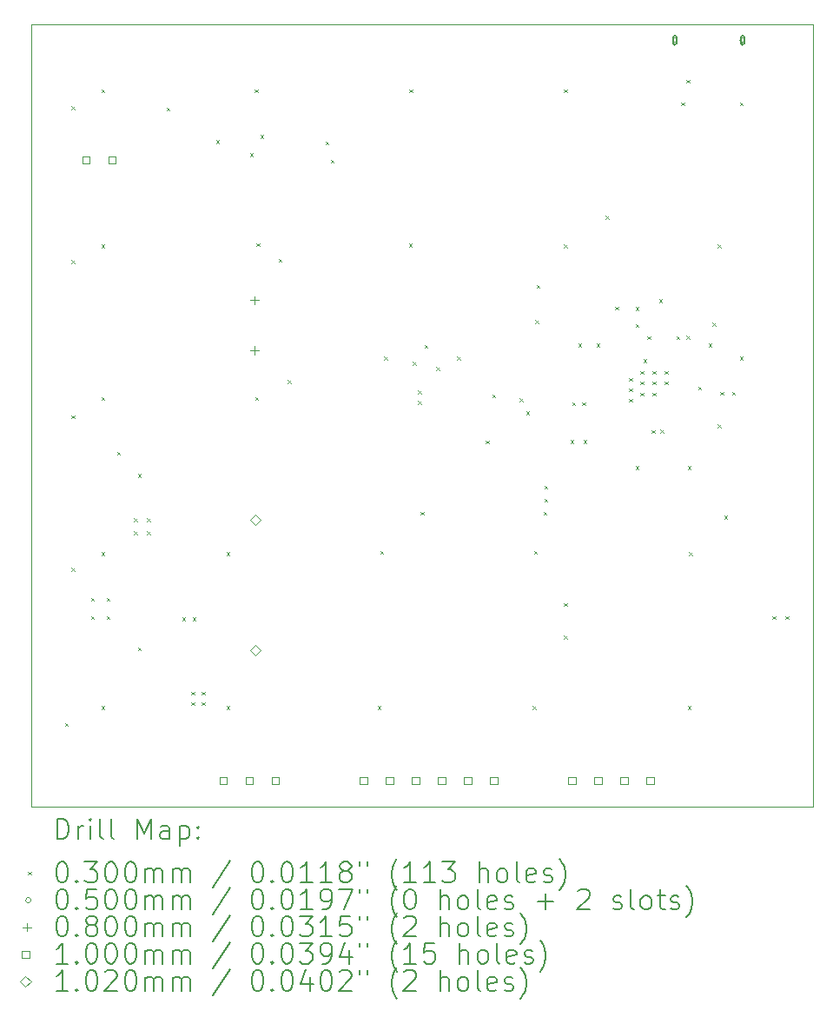
<source format=gbr>
%FSLAX45Y45*%
G04 Gerber Fmt 4.5, Leading zero omitted, Abs format (unit mm)*
G04 Created by KiCad (PCBNEW (6.0.5)) date 2023-03-01 16:27:35*
%MOMM*%
%LPD*%
G01*
G04 APERTURE LIST*
%TA.AperFunction,Profile*%
%ADD10C,0.100000*%
%TD*%
%ADD11C,0.200000*%
%ADD12C,0.030000*%
%ADD13C,0.050000*%
%ADD14C,0.080000*%
%ADD15C,0.100000*%
%ADD16C,0.102000*%
G04 APERTURE END LIST*
D10*
X10160000Y-12700000D02*
X17780000Y-12700000D01*
X17780000Y-12700000D02*
X17780000Y-5080000D01*
X17780000Y-5080000D02*
X10160000Y-5080000D01*
X10160000Y-5080000D02*
X10160000Y-12700000D01*
D11*
D12*
X10487900Y-11884900D02*
X10517900Y-11914900D01*
X10517900Y-11884900D02*
X10487900Y-11914900D01*
X10551400Y-5877800D02*
X10581400Y-5907800D01*
X10581400Y-5877800D02*
X10551400Y-5907800D01*
X10551400Y-7376400D02*
X10581400Y-7406400D01*
X10581400Y-7376400D02*
X10551400Y-7406400D01*
X10551400Y-8887700D02*
X10581400Y-8917700D01*
X10581400Y-8887700D02*
X10551400Y-8917700D01*
X10551400Y-10373600D02*
X10581400Y-10403600D01*
X10581400Y-10373600D02*
X10551400Y-10403600D01*
X10741900Y-10665700D02*
X10771900Y-10695700D01*
X10771900Y-10665700D02*
X10741900Y-10695700D01*
X10741900Y-10843500D02*
X10771900Y-10873500D01*
X10771900Y-10843500D02*
X10741900Y-10873500D01*
X10843500Y-7224000D02*
X10873500Y-7254000D01*
X10873500Y-7224000D02*
X10843500Y-7254000D01*
X10843500Y-8709900D02*
X10873500Y-8739900D01*
X10873500Y-8709900D02*
X10843500Y-8739900D01*
X10843500Y-10221200D02*
X10873500Y-10251200D01*
X10873500Y-10221200D02*
X10843500Y-10251200D01*
X10843500Y-11719800D02*
X10873500Y-11749800D01*
X10873500Y-11719800D02*
X10843500Y-11749800D01*
X10843762Y-5712247D02*
X10873762Y-5742247D01*
X10873762Y-5712247D02*
X10843762Y-5742247D01*
X10894300Y-10665700D02*
X10924300Y-10695700D01*
X10924300Y-10665700D02*
X10894300Y-10695700D01*
X10894300Y-10843500D02*
X10924300Y-10873500D01*
X10924300Y-10843500D02*
X10894300Y-10873500D01*
X10995900Y-9243300D02*
X11025900Y-9273300D01*
X11025900Y-9243300D02*
X10995900Y-9273300D01*
X11161000Y-9891000D02*
X11191000Y-9921000D01*
X11191000Y-9891000D02*
X11161000Y-9921000D01*
X11161000Y-10018000D02*
X11191000Y-10048000D01*
X11191000Y-10018000D02*
X11161000Y-10048000D01*
X11199100Y-9459200D02*
X11229100Y-9489200D01*
X11229100Y-9459200D02*
X11199100Y-9489200D01*
X11199100Y-11148300D02*
X11229100Y-11178300D01*
X11229100Y-11148300D02*
X11199100Y-11178300D01*
X11288000Y-9891000D02*
X11318000Y-9921000D01*
X11318000Y-9891000D02*
X11288000Y-9921000D01*
X11288000Y-10018000D02*
X11318000Y-10048000D01*
X11318000Y-10018000D02*
X11288000Y-10048000D01*
X11478500Y-5890500D02*
X11508500Y-5920500D01*
X11508500Y-5890500D02*
X11478500Y-5920500D01*
X11630900Y-10856200D02*
X11660900Y-10886200D01*
X11660900Y-10856200D02*
X11630900Y-10886200D01*
X11719800Y-11580100D02*
X11749800Y-11610100D01*
X11749800Y-11580100D02*
X11719800Y-11610100D01*
X11719800Y-11681700D02*
X11749800Y-11711700D01*
X11749800Y-11681700D02*
X11719800Y-11711700D01*
X11732500Y-10856200D02*
X11762500Y-10886200D01*
X11762500Y-10856200D02*
X11732500Y-10886200D01*
X11821400Y-11580100D02*
X11851400Y-11610100D01*
X11851400Y-11580100D02*
X11821400Y-11610100D01*
X11821400Y-11681700D02*
X11851400Y-11711700D01*
X11851400Y-11681700D02*
X11821400Y-11711700D01*
X11961100Y-6208000D02*
X11991100Y-6238000D01*
X11991100Y-6208000D02*
X11961100Y-6238000D01*
X12062700Y-10221200D02*
X12092700Y-10251200D01*
X12092700Y-10221200D02*
X12062700Y-10251200D01*
X12062700Y-11719800D02*
X12092700Y-11749800D01*
X12092700Y-11719800D02*
X12062700Y-11749800D01*
X12291300Y-6335000D02*
X12321300Y-6365000D01*
X12321300Y-6335000D02*
X12291300Y-6365000D01*
X12338628Y-5712247D02*
X12368628Y-5742247D01*
X12368628Y-5712247D02*
X12338628Y-5742247D01*
X12342100Y-8709900D02*
X12372100Y-8739900D01*
X12372100Y-8709900D02*
X12342100Y-8739900D01*
X12354800Y-7211300D02*
X12384800Y-7241300D01*
X12384800Y-7211300D02*
X12354800Y-7241300D01*
X12392900Y-6157200D02*
X12422900Y-6187200D01*
X12422900Y-6157200D02*
X12392900Y-6187200D01*
X12570700Y-7363700D02*
X12600700Y-7393700D01*
X12600700Y-7363700D02*
X12570700Y-7393700D01*
X12659600Y-8544800D02*
X12689600Y-8574800D01*
X12689600Y-8544800D02*
X12659600Y-8574800D01*
X13027900Y-6220700D02*
X13057900Y-6250700D01*
X13057900Y-6220700D02*
X13027900Y-6250700D01*
X13078700Y-6398500D02*
X13108700Y-6428500D01*
X13108700Y-6398500D02*
X13078700Y-6428500D01*
X13535900Y-11719800D02*
X13565900Y-11749800D01*
X13565900Y-11719800D02*
X13535900Y-11749800D01*
X13561300Y-10208500D02*
X13591300Y-10238500D01*
X13591300Y-10208500D02*
X13561300Y-10238500D01*
X13599400Y-8316200D02*
X13629400Y-8346200D01*
X13629400Y-8316200D02*
X13599400Y-8346200D01*
X13841444Y-7214439D02*
X13871444Y-7244439D01*
X13871444Y-7214439D02*
X13841444Y-7244439D01*
X13843045Y-5712247D02*
X13873045Y-5742247D01*
X13873045Y-5712247D02*
X13843045Y-5742247D01*
X13878800Y-8367000D02*
X13908800Y-8397000D01*
X13908800Y-8367000D02*
X13878800Y-8397000D01*
X13929600Y-8646400D02*
X13959600Y-8676400D01*
X13959600Y-8646400D02*
X13929600Y-8676400D01*
X13929600Y-8748000D02*
X13959600Y-8778000D01*
X13959600Y-8748000D02*
X13929600Y-8778000D01*
X13955000Y-9827500D02*
X13985000Y-9857500D01*
X13985000Y-9827500D02*
X13955000Y-9857500D01*
X13993100Y-8201900D02*
X14023100Y-8231900D01*
X14023100Y-8201900D02*
X13993100Y-8231900D01*
X14107400Y-8417800D02*
X14137400Y-8447800D01*
X14137400Y-8417800D02*
X14107400Y-8447800D01*
X14310600Y-8316200D02*
X14340600Y-8346200D01*
X14340600Y-8316200D02*
X14310600Y-8346200D01*
X14590000Y-9129950D02*
X14620000Y-9159950D01*
X14620000Y-9129950D02*
X14590000Y-9159950D01*
X14653500Y-8684500D02*
X14683500Y-8714500D01*
X14683500Y-8684500D02*
X14653500Y-8714500D01*
X14920200Y-8722600D02*
X14950200Y-8752600D01*
X14950200Y-8722600D02*
X14920200Y-8752600D01*
X14983700Y-8849600D02*
X15013700Y-8879600D01*
X15013700Y-8849600D02*
X14983700Y-8879600D01*
X15047200Y-11719800D02*
X15077200Y-11749800D01*
X15077200Y-11719800D02*
X15047200Y-11749800D01*
X15059900Y-10208500D02*
X15089900Y-10238500D01*
X15089900Y-10208500D02*
X15059900Y-10238500D01*
X15072600Y-7960600D02*
X15102600Y-7990600D01*
X15102600Y-7960600D02*
X15072600Y-7990600D01*
X15085300Y-7617700D02*
X15115300Y-7647700D01*
X15115300Y-7617700D02*
X15085300Y-7647700D01*
X15153878Y-9827500D02*
X15183878Y-9857500D01*
X15183878Y-9827500D02*
X15153878Y-9857500D01*
X15161500Y-9573500D02*
X15191500Y-9603500D01*
X15191500Y-9573500D02*
X15161500Y-9603500D01*
X15161500Y-9700500D02*
X15191500Y-9730500D01*
X15191500Y-9700500D02*
X15161500Y-9730500D01*
X15352000Y-5712700D02*
X15382000Y-5742700D01*
X15382000Y-5712700D02*
X15352000Y-5742700D01*
X15352000Y-7224000D02*
X15382000Y-7254000D01*
X15382000Y-7224000D02*
X15352000Y-7254000D01*
X15352000Y-10716500D02*
X15382000Y-10746500D01*
X15382000Y-10716500D02*
X15352000Y-10746500D01*
X15352000Y-11034000D02*
X15382000Y-11064000D01*
X15382000Y-11034000D02*
X15352000Y-11064000D01*
X15415500Y-9129000D02*
X15445500Y-9159000D01*
X15445500Y-9129000D02*
X15415500Y-9159000D01*
X15429850Y-8760700D02*
X15459850Y-8790700D01*
X15459850Y-8760700D02*
X15429850Y-8790700D01*
X15491700Y-8189200D02*
X15521700Y-8219200D01*
X15521700Y-8189200D02*
X15491700Y-8219200D01*
X15529800Y-8760700D02*
X15559800Y-8790700D01*
X15559800Y-8760700D02*
X15529800Y-8790700D01*
X15542500Y-9129000D02*
X15572500Y-9159000D01*
X15572500Y-9129000D02*
X15542500Y-9159000D01*
X15669500Y-8189200D02*
X15699500Y-8219200D01*
X15699500Y-8189200D02*
X15669500Y-8219200D01*
X15758400Y-6944600D02*
X15788400Y-6974600D01*
X15788400Y-6944600D02*
X15758400Y-6974600D01*
X15852638Y-7826238D02*
X15882638Y-7856238D01*
X15882638Y-7826238D02*
X15852638Y-7856238D01*
X15987000Y-8522150D02*
X16017000Y-8552150D01*
X16017000Y-8522150D02*
X15987000Y-8552150D01*
X15987000Y-8623750D02*
X16017000Y-8653750D01*
X16017000Y-8623750D02*
X15987000Y-8653750D01*
X15987000Y-8725350D02*
X16017000Y-8755350D01*
X16017000Y-8725350D02*
X15987000Y-8755350D01*
X16050500Y-7833600D02*
X16080500Y-7863600D01*
X16080500Y-7833600D02*
X16050500Y-7863600D01*
X16050500Y-7998700D02*
X16080500Y-8028700D01*
X16080500Y-7998700D02*
X16050500Y-8028700D01*
X16050500Y-9383000D02*
X16080500Y-9413000D01*
X16080500Y-9383000D02*
X16050500Y-9413000D01*
X16095000Y-8455000D02*
X16125000Y-8485000D01*
X16125000Y-8455000D02*
X16095000Y-8485000D01*
X16095000Y-8555000D02*
X16125000Y-8585000D01*
X16125000Y-8555000D02*
X16095000Y-8585000D01*
X16095000Y-8665000D02*
X16125000Y-8695000D01*
X16125000Y-8665000D02*
X16095000Y-8695000D01*
X16127550Y-8338350D02*
X16157550Y-8368350D01*
X16157550Y-8338350D02*
X16127550Y-8368350D01*
X16164800Y-8115750D02*
X16194800Y-8145750D01*
X16194800Y-8115750D02*
X16164800Y-8145750D01*
X16206968Y-9031468D02*
X16236968Y-9061468D01*
X16236968Y-9031468D02*
X16206968Y-9061468D01*
X16215000Y-8455000D02*
X16245000Y-8485000D01*
X16245000Y-8455000D02*
X16215000Y-8485000D01*
X16215000Y-8555000D02*
X16245000Y-8585000D01*
X16245000Y-8555000D02*
X16215000Y-8585000D01*
X16215000Y-8665000D02*
X16245000Y-8695000D01*
X16245000Y-8665000D02*
X16215000Y-8695000D01*
X16279100Y-7757400D02*
X16309100Y-7787400D01*
X16309100Y-7757400D02*
X16279100Y-7787400D01*
X16291800Y-9027400D02*
X16321800Y-9057400D01*
X16321800Y-9027400D02*
X16291800Y-9057400D01*
X16335000Y-8455000D02*
X16365000Y-8485000D01*
X16365000Y-8455000D02*
X16335000Y-8485000D01*
X16335000Y-8555000D02*
X16365000Y-8585000D01*
X16365000Y-8555000D02*
X16335000Y-8585000D01*
X16448050Y-8115750D02*
X16478050Y-8145750D01*
X16478050Y-8115750D02*
X16448050Y-8145750D01*
X16495000Y-5839901D02*
X16525000Y-5869901D01*
X16525000Y-5839901D02*
X16495000Y-5869901D01*
X16545800Y-5620050D02*
X16575800Y-5650050D01*
X16575800Y-5620050D02*
X16545800Y-5650050D01*
X16545800Y-8113000D02*
X16575800Y-8143000D01*
X16575800Y-8113000D02*
X16545800Y-8143000D01*
X16558500Y-9383000D02*
X16588500Y-9413000D01*
X16588500Y-9383000D02*
X16558500Y-9413000D01*
X16558500Y-11719800D02*
X16588500Y-11749800D01*
X16588500Y-11719800D02*
X16558500Y-11749800D01*
X16571200Y-10221200D02*
X16601200Y-10251200D01*
X16601200Y-10221200D02*
X16571200Y-10251200D01*
X16660100Y-8608300D02*
X16690100Y-8638300D01*
X16690100Y-8608300D02*
X16660100Y-8638300D01*
X16761700Y-8189200D02*
X16791700Y-8219200D01*
X16791700Y-8189200D02*
X16761700Y-8219200D01*
X16799800Y-7986000D02*
X16829800Y-8016000D01*
X16829800Y-7986000D02*
X16799800Y-8016000D01*
X16850600Y-7224000D02*
X16880600Y-7254000D01*
X16880600Y-7224000D02*
X16850600Y-7254000D01*
X16850600Y-8976600D02*
X16880600Y-9006600D01*
X16880600Y-8976600D02*
X16850600Y-9006600D01*
X16876000Y-8659100D02*
X16906000Y-8689100D01*
X16906000Y-8659100D02*
X16876000Y-8689100D01*
X16913088Y-9864588D02*
X16943088Y-9894588D01*
X16943088Y-9864588D02*
X16913088Y-9894588D01*
X16990300Y-8659100D02*
X17020300Y-8689100D01*
X17020300Y-8659100D02*
X16990300Y-8689100D01*
X17066500Y-5839901D02*
X17096500Y-5869901D01*
X17096500Y-5839901D02*
X17066500Y-5869901D01*
X17066500Y-8316200D02*
X17096500Y-8346200D01*
X17096500Y-8316200D02*
X17066500Y-8346200D01*
X17384000Y-10843500D02*
X17414000Y-10873500D01*
X17414000Y-10843500D02*
X17384000Y-10873500D01*
X17511000Y-10843500D02*
X17541000Y-10873500D01*
X17541000Y-10843500D02*
X17511000Y-10873500D01*
D13*
X16456825Y-5232400D02*
G75*
G03*
X16456825Y-5232400I-25000J0D01*
G01*
D11*
X16446825Y-5267400D02*
X16446825Y-5197400D01*
X16416825Y-5267400D02*
X16416825Y-5197400D01*
X16446825Y-5197400D02*
G75*
G03*
X16416825Y-5197400I-15000J0D01*
G01*
X16416825Y-5267400D02*
G75*
G03*
X16446825Y-5267400I15000J0D01*
G01*
D13*
X17116825Y-5232400D02*
G75*
G03*
X17116825Y-5232400I-25000J0D01*
G01*
D11*
X17106825Y-5267400D02*
X17106825Y-5197400D01*
X17076825Y-5267400D02*
X17076825Y-5197400D01*
X17106825Y-5197400D02*
G75*
G03*
X17076825Y-5197400I-15000J0D01*
G01*
X17076825Y-5267400D02*
G75*
G03*
X17106825Y-5267400I15000J0D01*
G01*
D14*
X12334700Y-7725000D02*
X12334700Y-7805000D01*
X12294700Y-7765000D02*
X12374700Y-7765000D01*
X12334700Y-8215000D02*
X12334700Y-8295000D01*
X12294700Y-8255000D02*
X12374700Y-8255000D01*
D15*
X10729256Y-6436156D02*
X10729256Y-6365444D01*
X10658544Y-6365444D01*
X10658544Y-6436156D01*
X10729256Y-6436156D01*
X10983256Y-6436156D02*
X10983256Y-6365444D01*
X10912544Y-6365444D01*
X10912544Y-6436156D01*
X10983256Y-6436156D01*
X12063856Y-12481356D02*
X12063856Y-12410644D01*
X11993144Y-12410644D01*
X11993144Y-12481356D01*
X12063856Y-12481356D01*
X12317856Y-12481356D02*
X12317856Y-12410644D01*
X12247144Y-12410644D01*
X12247144Y-12481356D01*
X12317856Y-12481356D01*
X12571856Y-12481356D02*
X12571856Y-12410644D01*
X12501144Y-12410644D01*
X12501144Y-12481356D01*
X12571856Y-12481356D01*
X13433856Y-12481356D02*
X13433856Y-12410644D01*
X13363144Y-12410644D01*
X13363144Y-12481356D01*
X13433856Y-12481356D01*
X13687856Y-12481356D02*
X13687856Y-12410644D01*
X13617144Y-12410644D01*
X13617144Y-12481356D01*
X13687856Y-12481356D01*
X13941856Y-12481356D02*
X13941856Y-12410644D01*
X13871144Y-12410644D01*
X13871144Y-12481356D01*
X13941856Y-12481356D01*
X14195856Y-12481356D02*
X14195856Y-12410644D01*
X14125144Y-12410644D01*
X14125144Y-12481356D01*
X14195856Y-12481356D01*
X14449856Y-12481356D02*
X14449856Y-12410644D01*
X14379144Y-12410644D01*
X14379144Y-12481356D01*
X14449856Y-12481356D01*
X14703856Y-12481356D02*
X14703856Y-12410644D01*
X14633144Y-12410644D01*
X14633144Y-12481356D01*
X14703856Y-12481356D01*
X15465856Y-12481356D02*
X15465856Y-12410644D01*
X15395144Y-12410644D01*
X15395144Y-12481356D01*
X15465856Y-12481356D01*
X15719856Y-12481356D02*
X15719856Y-12410644D01*
X15649144Y-12410644D01*
X15649144Y-12481356D01*
X15719856Y-12481356D01*
X15973856Y-12481356D02*
X15973856Y-12410644D01*
X15903144Y-12410644D01*
X15903144Y-12481356D01*
X15973856Y-12481356D01*
X16227856Y-12481356D02*
X16227856Y-12410644D01*
X16157144Y-12410644D01*
X16157144Y-12481356D01*
X16227856Y-12481356D01*
D16*
X12342000Y-9957000D02*
X12393000Y-9906000D01*
X12342000Y-9855000D01*
X12291000Y-9906000D01*
X12342000Y-9957000D01*
X12342000Y-11227000D02*
X12393000Y-11176000D01*
X12342000Y-11125000D01*
X12291000Y-11176000D01*
X12342000Y-11227000D01*
D11*
X10412619Y-13015476D02*
X10412619Y-12815476D01*
X10460238Y-12815476D01*
X10488810Y-12825000D01*
X10507857Y-12844048D01*
X10517381Y-12863095D01*
X10526905Y-12901190D01*
X10526905Y-12929762D01*
X10517381Y-12967857D01*
X10507857Y-12986905D01*
X10488810Y-13005952D01*
X10460238Y-13015476D01*
X10412619Y-13015476D01*
X10612619Y-13015476D02*
X10612619Y-12882143D01*
X10612619Y-12920238D02*
X10622143Y-12901190D01*
X10631667Y-12891667D01*
X10650714Y-12882143D01*
X10669762Y-12882143D01*
X10736429Y-13015476D02*
X10736429Y-12882143D01*
X10736429Y-12815476D02*
X10726905Y-12825000D01*
X10736429Y-12834524D01*
X10745952Y-12825000D01*
X10736429Y-12815476D01*
X10736429Y-12834524D01*
X10860238Y-13015476D02*
X10841190Y-13005952D01*
X10831667Y-12986905D01*
X10831667Y-12815476D01*
X10965000Y-13015476D02*
X10945952Y-13005952D01*
X10936429Y-12986905D01*
X10936429Y-12815476D01*
X11193571Y-13015476D02*
X11193571Y-12815476D01*
X11260238Y-12958333D01*
X11326905Y-12815476D01*
X11326905Y-13015476D01*
X11507857Y-13015476D02*
X11507857Y-12910714D01*
X11498333Y-12891667D01*
X11479286Y-12882143D01*
X11441190Y-12882143D01*
X11422143Y-12891667D01*
X11507857Y-13005952D02*
X11488809Y-13015476D01*
X11441190Y-13015476D01*
X11422143Y-13005952D01*
X11412619Y-12986905D01*
X11412619Y-12967857D01*
X11422143Y-12948809D01*
X11441190Y-12939286D01*
X11488809Y-12939286D01*
X11507857Y-12929762D01*
X11603095Y-12882143D02*
X11603095Y-13082143D01*
X11603095Y-12891667D02*
X11622143Y-12882143D01*
X11660238Y-12882143D01*
X11679286Y-12891667D01*
X11688809Y-12901190D01*
X11698333Y-12920238D01*
X11698333Y-12977381D01*
X11688809Y-12996428D01*
X11679286Y-13005952D01*
X11660238Y-13015476D01*
X11622143Y-13015476D01*
X11603095Y-13005952D01*
X11784048Y-12996428D02*
X11793571Y-13005952D01*
X11784048Y-13015476D01*
X11774524Y-13005952D01*
X11784048Y-12996428D01*
X11784048Y-13015476D01*
X11784048Y-12891667D02*
X11793571Y-12901190D01*
X11784048Y-12910714D01*
X11774524Y-12901190D01*
X11784048Y-12891667D01*
X11784048Y-12910714D01*
D12*
X10125000Y-13330000D02*
X10155000Y-13360000D01*
X10155000Y-13330000D02*
X10125000Y-13360000D01*
D11*
X10450714Y-13235476D02*
X10469762Y-13235476D01*
X10488810Y-13245000D01*
X10498333Y-13254524D01*
X10507857Y-13273571D01*
X10517381Y-13311667D01*
X10517381Y-13359286D01*
X10507857Y-13397381D01*
X10498333Y-13416428D01*
X10488810Y-13425952D01*
X10469762Y-13435476D01*
X10450714Y-13435476D01*
X10431667Y-13425952D01*
X10422143Y-13416428D01*
X10412619Y-13397381D01*
X10403095Y-13359286D01*
X10403095Y-13311667D01*
X10412619Y-13273571D01*
X10422143Y-13254524D01*
X10431667Y-13245000D01*
X10450714Y-13235476D01*
X10603095Y-13416428D02*
X10612619Y-13425952D01*
X10603095Y-13435476D01*
X10593571Y-13425952D01*
X10603095Y-13416428D01*
X10603095Y-13435476D01*
X10679286Y-13235476D02*
X10803095Y-13235476D01*
X10736429Y-13311667D01*
X10765000Y-13311667D01*
X10784048Y-13321190D01*
X10793571Y-13330714D01*
X10803095Y-13349762D01*
X10803095Y-13397381D01*
X10793571Y-13416428D01*
X10784048Y-13425952D01*
X10765000Y-13435476D01*
X10707857Y-13435476D01*
X10688810Y-13425952D01*
X10679286Y-13416428D01*
X10926905Y-13235476D02*
X10945952Y-13235476D01*
X10965000Y-13245000D01*
X10974524Y-13254524D01*
X10984048Y-13273571D01*
X10993571Y-13311667D01*
X10993571Y-13359286D01*
X10984048Y-13397381D01*
X10974524Y-13416428D01*
X10965000Y-13425952D01*
X10945952Y-13435476D01*
X10926905Y-13435476D01*
X10907857Y-13425952D01*
X10898333Y-13416428D01*
X10888810Y-13397381D01*
X10879286Y-13359286D01*
X10879286Y-13311667D01*
X10888810Y-13273571D01*
X10898333Y-13254524D01*
X10907857Y-13245000D01*
X10926905Y-13235476D01*
X11117381Y-13235476D02*
X11136429Y-13235476D01*
X11155476Y-13245000D01*
X11165000Y-13254524D01*
X11174524Y-13273571D01*
X11184048Y-13311667D01*
X11184048Y-13359286D01*
X11174524Y-13397381D01*
X11165000Y-13416428D01*
X11155476Y-13425952D01*
X11136429Y-13435476D01*
X11117381Y-13435476D01*
X11098333Y-13425952D01*
X11088810Y-13416428D01*
X11079286Y-13397381D01*
X11069762Y-13359286D01*
X11069762Y-13311667D01*
X11079286Y-13273571D01*
X11088810Y-13254524D01*
X11098333Y-13245000D01*
X11117381Y-13235476D01*
X11269762Y-13435476D02*
X11269762Y-13302143D01*
X11269762Y-13321190D02*
X11279286Y-13311667D01*
X11298333Y-13302143D01*
X11326905Y-13302143D01*
X11345952Y-13311667D01*
X11355476Y-13330714D01*
X11355476Y-13435476D01*
X11355476Y-13330714D02*
X11365000Y-13311667D01*
X11384048Y-13302143D01*
X11412619Y-13302143D01*
X11431667Y-13311667D01*
X11441190Y-13330714D01*
X11441190Y-13435476D01*
X11536428Y-13435476D02*
X11536428Y-13302143D01*
X11536428Y-13321190D02*
X11545952Y-13311667D01*
X11565000Y-13302143D01*
X11593571Y-13302143D01*
X11612619Y-13311667D01*
X11622143Y-13330714D01*
X11622143Y-13435476D01*
X11622143Y-13330714D02*
X11631667Y-13311667D01*
X11650714Y-13302143D01*
X11679286Y-13302143D01*
X11698333Y-13311667D01*
X11707857Y-13330714D01*
X11707857Y-13435476D01*
X12098333Y-13225952D02*
X11926905Y-13483095D01*
X12355476Y-13235476D02*
X12374524Y-13235476D01*
X12393571Y-13245000D01*
X12403095Y-13254524D01*
X12412619Y-13273571D01*
X12422143Y-13311667D01*
X12422143Y-13359286D01*
X12412619Y-13397381D01*
X12403095Y-13416428D01*
X12393571Y-13425952D01*
X12374524Y-13435476D01*
X12355476Y-13435476D01*
X12336428Y-13425952D01*
X12326905Y-13416428D01*
X12317381Y-13397381D01*
X12307857Y-13359286D01*
X12307857Y-13311667D01*
X12317381Y-13273571D01*
X12326905Y-13254524D01*
X12336428Y-13245000D01*
X12355476Y-13235476D01*
X12507857Y-13416428D02*
X12517381Y-13425952D01*
X12507857Y-13435476D01*
X12498333Y-13425952D01*
X12507857Y-13416428D01*
X12507857Y-13435476D01*
X12641190Y-13235476D02*
X12660238Y-13235476D01*
X12679286Y-13245000D01*
X12688809Y-13254524D01*
X12698333Y-13273571D01*
X12707857Y-13311667D01*
X12707857Y-13359286D01*
X12698333Y-13397381D01*
X12688809Y-13416428D01*
X12679286Y-13425952D01*
X12660238Y-13435476D01*
X12641190Y-13435476D01*
X12622143Y-13425952D01*
X12612619Y-13416428D01*
X12603095Y-13397381D01*
X12593571Y-13359286D01*
X12593571Y-13311667D01*
X12603095Y-13273571D01*
X12612619Y-13254524D01*
X12622143Y-13245000D01*
X12641190Y-13235476D01*
X12898333Y-13435476D02*
X12784048Y-13435476D01*
X12841190Y-13435476D02*
X12841190Y-13235476D01*
X12822143Y-13264048D01*
X12803095Y-13283095D01*
X12784048Y-13292619D01*
X13088809Y-13435476D02*
X12974524Y-13435476D01*
X13031667Y-13435476D02*
X13031667Y-13235476D01*
X13012619Y-13264048D01*
X12993571Y-13283095D01*
X12974524Y-13292619D01*
X13203095Y-13321190D02*
X13184048Y-13311667D01*
X13174524Y-13302143D01*
X13165000Y-13283095D01*
X13165000Y-13273571D01*
X13174524Y-13254524D01*
X13184048Y-13245000D01*
X13203095Y-13235476D01*
X13241190Y-13235476D01*
X13260238Y-13245000D01*
X13269762Y-13254524D01*
X13279286Y-13273571D01*
X13279286Y-13283095D01*
X13269762Y-13302143D01*
X13260238Y-13311667D01*
X13241190Y-13321190D01*
X13203095Y-13321190D01*
X13184048Y-13330714D01*
X13174524Y-13340238D01*
X13165000Y-13359286D01*
X13165000Y-13397381D01*
X13174524Y-13416428D01*
X13184048Y-13425952D01*
X13203095Y-13435476D01*
X13241190Y-13435476D01*
X13260238Y-13425952D01*
X13269762Y-13416428D01*
X13279286Y-13397381D01*
X13279286Y-13359286D01*
X13269762Y-13340238D01*
X13260238Y-13330714D01*
X13241190Y-13321190D01*
X13355476Y-13235476D02*
X13355476Y-13273571D01*
X13431667Y-13235476D02*
X13431667Y-13273571D01*
X13726905Y-13511667D02*
X13717381Y-13502143D01*
X13698333Y-13473571D01*
X13688809Y-13454524D01*
X13679286Y-13425952D01*
X13669762Y-13378333D01*
X13669762Y-13340238D01*
X13679286Y-13292619D01*
X13688809Y-13264048D01*
X13698333Y-13245000D01*
X13717381Y-13216428D01*
X13726905Y-13206905D01*
X13907857Y-13435476D02*
X13793571Y-13435476D01*
X13850714Y-13435476D02*
X13850714Y-13235476D01*
X13831667Y-13264048D01*
X13812619Y-13283095D01*
X13793571Y-13292619D01*
X14098333Y-13435476D02*
X13984048Y-13435476D01*
X14041190Y-13435476D02*
X14041190Y-13235476D01*
X14022143Y-13264048D01*
X14003095Y-13283095D01*
X13984048Y-13292619D01*
X14165000Y-13235476D02*
X14288809Y-13235476D01*
X14222143Y-13311667D01*
X14250714Y-13311667D01*
X14269762Y-13321190D01*
X14279286Y-13330714D01*
X14288809Y-13349762D01*
X14288809Y-13397381D01*
X14279286Y-13416428D01*
X14269762Y-13425952D01*
X14250714Y-13435476D01*
X14193571Y-13435476D01*
X14174524Y-13425952D01*
X14165000Y-13416428D01*
X14526905Y-13435476D02*
X14526905Y-13235476D01*
X14612619Y-13435476D02*
X14612619Y-13330714D01*
X14603095Y-13311667D01*
X14584048Y-13302143D01*
X14555476Y-13302143D01*
X14536428Y-13311667D01*
X14526905Y-13321190D01*
X14736428Y-13435476D02*
X14717381Y-13425952D01*
X14707857Y-13416428D01*
X14698333Y-13397381D01*
X14698333Y-13340238D01*
X14707857Y-13321190D01*
X14717381Y-13311667D01*
X14736428Y-13302143D01*
X14765000Y-13302143D01*
X14784048Y-13311667D01*
X14793571Y-13321190D01*
X14803095Y-13340238D01*
X14803095Y-13397381D01*
X14793571Y-13416428D01*
X14784048Y-13425952D01*
X14765000Y-13435476D01*
X14736428Y-13435476D01*
X14917381Y-13435476D02*
X14898333Y-13425952D01*
X14888809Y-13406905D01*
X14888809Y-13235476D01*
X15069762Y-13425952D02*
X15050714Y-13435476D01*
X15012619Y-13435476D01*
X14993571Y-13425952D01*
X14984048Y-13406905D01*
X14984048Y-13330714D01*
X14993571Y-13311667D01*
X15012619Y-13302143D01*
X15050714Y-13302143D01*
X15069762Y-13311667D01*
X15079286Y-13330714D01*
X15079286Y-13349762D01*
X14984048Y-13368809D01*
X15155476Y-13425952D02*
X15174524Y-13435476D01*
X15212619Y-13435476D01*
X15231667Y-13425952D01*
X15241190Y-13406905D01*
X15241190Y-13397381D01*
X15231667Y-13378333D01*
X15212619Y-13368809D01*
X15184048Y-13368809D01*
X15165000Y-13359286D01*
X15155476Y-13340238D01*
X15155476Y-13330714D01*
X15165000Y-13311667D01*
X15184048Y-13302143D01*
X15212619Y-13302143D01*
X15231667Y-13311667D01*
X15307857Y-13511667D02*
X15317381Y-13502143D01*
X15336428Y-13473571D01*
X15345952Y-13454524D01*
X15355476Y-13425952D01*
X15365000Y-13378333D01*
X15365000Y-13340238D01*
X15355476Y-13292619D01*
X15345952Y-13264048D01*
X15336428Y-13245000D01*
X15317381Y-13216428D01*
X15307857Y-13206905D01*
D13*
X10155000Y-13609000D02*
G75*
G03*
X10155000Y-13609000I-25000J0D01*
G01*
D11*
X10450714Y-13499476D02*
X10469762Y-13499476D01*
X10488810Y-13509000D01*
X10498333Y-13518524D01*
X10507857Y-13537571D01*
X10517381Y-13575667D01*
X10517381Y-13623286D01*
X10507857Y-13661381D01*
X10498333Y-13680428D01*
X10488810Y-13689952D01*
X10469762Y-13699476D01*
X10450714Y-13699476D01*
X10431667Y-13689952D01*
X10422143Y-13680428D01*
X10412619Y-13661381D01*
X10403095Y-13623286D01*
X10403095Y-13575667D01*
X10412619Y-13537571D01*
X10422143Y-13518524D01*
X10431667Y-13509000D01*
X10450714Y-13499476D01*
X10603095Y-13680428D02*
X10612619Y-13689952D01*
X10603095Y-13699476D01*
X10593571Y-13689952D01*
X10603095Y-13680428D01*
X10603095Y-13699476D01*
X10793571Y-13499476D02*
X10698333Y-13499476D01*
X10688810Y-13594714D01*
X10698333Y-13585190D01*
X10717381Y-13575667D01*
X10765000Y-13575667D01*
X10784048Y-13585190D01*
X10793571Y-13594714D01*
X10803095Y-13613762D01*
X10803095Y-13661381D01*
X10793571Y-13680428D01*
X10784048Y-13689952D01*
X10765000Y-13699476D01*
X10717381Y-13699476D01*
X10698333Y-13689952D01*
X10688810Y-13680428D01*
X10926905Y-13499476D02*
X10945952Y-13499476D01*
X10965000Y-13509000D01*
X10974524Y-13518524D01*
X10984048Y-13537571D01*
X10993571Y-13575667D01*
X10993571Y-13623286D01*
X10984048Y-13661381D01*
X10974524Y-13680428D01*
X10965000Y-13689952D01*
X10945952Y-13699476D01*
X10926905Y-13699476D01*
X10907857Y-13689952D01*
X10898333Y-13680428D01*
X10888810Y-13661381D01*
X10879286Y-13623286D01*
X10879286Y-13575667D01*
X10888810Y-13537571D01*
X10898333Y-13518524D01*
X10907857Y-13509000D01*
X10926905Y-13499476D01*
X11117381Y-13499476D02*
X11136429Y-13499476D01*
X11155476Y-13509000D01*
X11165000Y-13518524D01*
X11174524Y-13537571D01*
X11184048Y-13575667D01*
X11184048Y-13623286D01*
X11174524Y-13661381D01*
X11165000Y-13680428D01*
X11155476Y-13689952D01*
X11136429Y-13699476D01*
X11117381Y-13699476D01*
X11098333Y-13689952D01*
X11088810Y-13680428D01*
X11079286Y-13661381D01*
X11069762Y-13623286D01*
X11069762Y-13575667D01*
X11079286Y-13537571D01*
X11088810Y-13518524D01*
X11098333Y-13509000D01*
X11117381Y-13499476D01*
X11269762Y-13699476D02*
X11269762Y-13566143D01*
X11269762Y-13585190D02*
X11279286Y-13575667D01*
X11298333Y-13566143D01*
X11326905Y-13566143D01*
X11345952Y-13575667D01*
X11355476Y-13594714D01*
X11355476Y-13699476D01*
X11355476Y-13594714D02*
X11365000Y-13575667D01*
X11384048Y-13566143D01*
X11412619Y-13566143D01*
X11431667Y-13575667D01*
X11441190Y-13594714D01*
X11441190Y-13699476D01*
X11536428Y-13699476D02*
X11536428Y-13566143D01*
X11536428Y-13585190D02*
X11545952Y-13575667D01*
X11565000Y-13566143D01*
X11593571Y-13566143D01*
X11612619Y-13575667D01*
X11622143Y-13594714D01*
X11622143Y-13699476D01*
X11622143Y-13594714D02*
X11631667Y-13575667D01*
X11650714Y-13566143D01*
X11679286Y-13566143D01*
X11698333Y-13575667D01*
X11707857Y-13594714D01*
X11707857Y-13699476D01*
X12098333Y-13489952D02*
X11926905Y-13747095D01*
X12355476Y-13499476D02*
X12374524Y-13499476D01*
X12393571Y-13509000D01*
X12403095Y-13518524D01*
X12412619Y-13537571D01*
X12422143Y-13575667D01*
X12422143Y-13623286D01*
X12412619Y-13661381D01*
X12403095Y-13680428D01*
X12393571Y-13689952D01*
X12374524Y-13699476D01*
X12355476Y-13699476D01*
X12336428Y-13689952D01*
X12326905Y-13680428D01*
X12317381Y-13661381D01*
X12307857Y-13623286D01*
X12307857Y-13575667D01*
X12317381Y-13537571D01*
X12326905Y-13518524D01*
X12336428Y-13509000D01*
X12355476Y-13499476D01*
X12507857Y-13680428D02*
X12517381Y-13689952D01*
X12507857Y-13699476D01*
X12498333Y-13689952D01*
X12507857Y-13680428D01*
X12507857Y-13699476D01*
X12641190Y-13499476D02*
X12660238Y-13499476D01*
X12679286Y-13509000D01*
X12688809Y-13518524D01*
X12698333Y-13537571D01*
X12707857Y-13575667D01*
X12707857Y-13623286D01*
X12698333Y-13661381D01*
X12688809Y-13680428D01*
X12679286Y-13689952D01*
X12660238Y-13699476D01*
X12641190Y-13699476D01*
X12622143Y-13689952D01*
X12612619Y-13680428D01*
X12603095Y-13661381D01*
X12593571Y-13623286D01*
X12593571Y-13575667D01*
X12603095Y-13537571D01*
X12612619Y-13518524D01*
X12622143Y-13509000D01*
X12641190Y-13499476D01*
X12898333Y-13699476D02*
X12784048Y-13699476D01*
X12841190Y-13699476D02*
X12841190Y-13499476D01*
X12822143Y-13528048D01*
X12803095Y-13547095D01*
X12784048Y-13556619D01*
X12993571Y-13699476D02*
X13031667Y-13699476D01*
X13050714Y-13689952D01*
X13060238Y-13680428D01*
X13079286Y-13651857D01*
X13088809Y-13613762D01*
X13088809Y-13537571D01*
X13079286Y-13518524D01*
X13069762Y-13509000D01*
X13050714Y-13499476D01*
X13012619Y-13499476D01*
X12993571Y-13509000D01*
X12984048Y-13518524D01*
X12974524Y-13537571D01*
X12974524Y-13585190D01*
X12984048Y-13604238D01*
X12993571Y-13613762D01*
X13012619Y-13623286D01*
X13050714Y-13623286D01*
X13069762Y-13613762D01*
X13079286Y-13604238D01*
X13088809Y-13585190D01*
X13155476Y-13499476D02*
X13288809Y-13499476D01*
X13203095Y-13699476D01*
X13355476Y-13499476D02*
X13355476Y-13537571D01*
X13431667Y-13499476D02*
X13431667Y-13537571D01*
X13726905Y-13775667D02*
X13717381Y-13766143D01*
X13698333Y-13737571D01*
X13688809Y-13718524D01*
X13679286Y-13689952D01*
X13669762Y-13642333D01*
X13669762Y-13604238D01*
X13679286Y-13556619D01*
X13688809Y-13528048D01*
X13698333Y-13509000D01*
X13717381Y-13480428D01*
X13726905Y-13470905D01*
X13841190Y-13499476D02*
X13860238Y-13499476D01*
X13879286Y-13509000D01*
X13888809Y-13518524D01*
X13898333Y-13537571D01*
X13907857Y-13575667D01*
X13907857Y-13623286D01*
X13898333Y-13661381D01*
X13888809Y-13680428D01*
X13879286Y-13689952D01*
X13860238Y-13699476D01*
X13841190Y-13699476D01*
X13822143Y-13689952D01*
X13812619Y-13680428D01*
X13803095Y-13661381D01*
X13793571Y-13623286D01*
X13793571Y-13575667D01*
X13803095Y-13537571D01*
X13812619Y-13518524D01*
X13822143Y-13509000D01*
X13841190Y-13499476D01*
X14145952Y-13699476D02*
X14145952Y-13499476D01*
X14231667Y-13699476D02*
X14231667Y-13594714D01*
X14222143Y-13575667D01*
X14203095Y-13566143D01*
X14174524Y-13566143D01*
X14155476Y-13575667D01*
X14145952Y-13585190D01*
X14355476Y-13699476D02*
X14336428Y-13689952D01*
X14326905Y-13680428D01*
X14317381Y-13661381D01*
X14317381Y-13604238D01*
X14326905Y-13585190D01*
X14336428Y-13575667D01*
X14355476Y-13566143D01*
X14384048Y-13566143D01*
X14403095Y-13575667D01*
X14412619Y-13585190D01*
X14422143Y-13604238D01*
X14422143Y-13661381D01*
X14412619Y-13680428D01*
X14403095Y-13689952D01*
X14384048Y-13699476D01*
X14355476Y-13699476D01*
X14536428Y-13699476D02*
X14517381Y-13689952D01*
X14507857Y-13670905D01*
X14507857Y-13499476D01*
X14688809Y-13689952D02*
X14669762Y-13699476D01*
X14631667Y-13699476D01*
X14612619Y-13689952D01*
X14603095Y-13670905D01*
X14603095Y-13594714D01*
X14612619Y-13575667D01*
X14631667Y-13566143D01*
X14669762Y-13566143D01*
X14688809Y-13575667D01*
X14698333Y-13594714D01*
X14698333Y-13613762D01*
X14603095Y-13632809D01*
X14774524Y-13689952D02*
X14793571Y-13699476D01*
X14831667Y-13699476D01*
X14850714Y-13689952D01*
X14860238Y-13670905D01*
X14860238Y-13661381D01*
X14850714Y-13642333D01*
X14831667Y-13632809D01*
X14803095Y-13632809D01*
X14784048Y-13623286D01*
X14774524Y-13604238D01*
X14774524Y-13594714D01*
X14784048Y-13575667D01*
X14803095Y-13566143D01*
X14831667Y-13566143D01*
X14850714Y-13575667D01*
X15098333Y-13623286D02*
X15250714Y-13623286D01*
X15174524Y-13699476D02*
X15174524Y-13547095D01*
X15488809Y-13518524D02*
X15498333Y-13509000D01*
X15517381Y-13499476D01*
X15565000Y-13499476D01*
X15584048Y-13509000D01*
X15593571Y-13518524D01*
X15603095Y-13537571D01*
X15603095Y-13556619D01*
X15593571Y-13585190D01*
X15479286Y-13699476D01*
X15603095Y-13699476D01*
X15831667Y-13689952D02*
X15850714Y-13699476D01*
X15888809Y-13699476D01*
X15907857Y-13689952D01*
X15917381Y-13670905D01*
X15917381Y-13661381D01*
X15907857Y-13642333D01*
X15888809Y-13632809D01*
X15860238Y-13632809D01*
X15841190Y-13623286D01*
X15831667Y-13604238D01*
X15831667Y-13594714D01*
X15841190Y-13575667D01*
X15860238Y-13566143D01*
X15888809Y-13566143D01*
X15907857Y-13575667D01*
X16031667Y-13699476D02*
X16012619Y-13689952D01*
X16003095Y-13670905D01*
X16003095Y-13499476D01*
X16136428Y-13699476D02*
X16117381Y-13689952D01*
X16107857Y-13680428D01*
X16098333Y-13661381D01*
X16098333Y-13604238D01*
X16107857Y-13585190D01*
X16117381Y-13575667D01*
X16136428Y-13566143D01*
X16165000Y-13566143D01*
X16184048Y-13575667D01*
X16193571Y-13585190D01*
X16203095Y-13604238D01*
X16203095Y-13661381D01*
X16193571Y-13680428D01*
X16184048Y-13689952D01*
X16165000Y-13699476D01*
X16136428Y-13699476D01*
X16260238Y-13566143D02*
X16336428Y-13566143D01*
X16288809Y-13499476D02*
X16288809Y-13670905D01*
X16298333Y-13689952D01*
X16317381Y-13699476D01*
X16336428Y-13699476D01*
X16393571Y-13689952D02*
X16412619Y-13699476D01*
X16450714Y-13699476D01*
X16469762Y-13689952D01*
X16479286Y-13670905D01*
X16479286Y-13661381D01*
X16469762Y-13642333D01*
X16450714Y-13632809D01*
X16422143Y-13632809D01*
X16403095Y-13623286D01*
X16393571Y-13604238D01*
X16393571Y-13594714D01*
X16403095Y-13575667D01*
X16422143Y-13566143D01*
X16450714Y-13566143D01*
X16469762Y-13575667D01*
X16545952Y-13775667D02*
X16555476Y-13766143D01*
X16574524Y-13737571D01*
X16584048Y-13718524D01*
X16593571Y-13689952D01*
X16603095Y-13642333D01*
X16603095Y-13604238D01*
X16593571Y-13556619D01*
X16584048Y-13528048D01*
X16574524Y-13509000D01*
X16555476Y-13480428D01*
X16545952Y-13470905D01*
D14*
X10115000Y-13833000D02*
X10115000Y-13913000D01*
X10075000Y-13873000D02*
X10155000Y-13873000D01*
D11*
X10450714Y-13763476D02*
X10469762Y-13763476D01*
X10488810Y-13773000D01*
X10498333Y-13782524D01*
X10507857Y-13801571D01*
X10517381Y-13839667D01*
X10517381Y-13887286D01*
X10507857Y-13925381D01*
X10498333Y-13944428D01*
X10488810Y-13953952D01*
X10469762Y-13963476D01*
X10450714Y-13963476D01*
X10431667Y-13953952D01*
X10422143Y-13944428D01*
X10412619Y-13925381D01*
X10403095Y-13887286D01*
X10403095Y-13839667D01*
X10412619Y-13801571D01*
X10422143Y-13782524D01*
X10431667Y-13773000D01*
X10450714Y-13763476D01*
X10603095Y-13944428D02*
X10612619Y-13953952D01*
X10603095Y-13963476D01*
X10593571Y-13953952D01*
X10603095Y-13944428D01*
X10603095Y-13963476D01*
X10726905Y-13849190D02*
X10707857Y-13839667D01*
X10698333Y-13830143D01*
X10688810Y-13811095D01*
X10688810Y-13801571D01*
X10698333Y-13782524D01*
X10707857Y-13773000D01*
X10726905Y-13763476D01*
X10765000Y-13763476D01*
X10784048Y-13773000D01*
X10793571Y-13782524D01*
X10803095Y-13801571D01*
X10803095Y-13811095D01*
X10793571Y-13830143D01*
X10784048Y-13839667D01*
X10765000Y-13849190D01*
X10726905Y-13849190D01*
X10707857Y-13858714D01*
X10698333Y-13868238D01*
X10688810Y-13887286D01*
X10688810Y-13925381D01*
X10698333Y-13944428D01*
X10707857Y-13953952D01*
X10726905Y-13963476D01*
X10765000Y-13963476D01*
X10784048Y-13953952D01*
X10793571Y-13944428D01*
X10803095Y-13925381D01*
X10803095Y-13887286D01*
X10793571Y-13868238D01*
X10784048Y-13858714D01*
X10765000Y-13849190D01*
X10926905Y-13763476D02*
X10945952Y-13763476D01*
X10965000Y-13773000D01*
X10974524Y-13782524D01*
X10984048Y-13801571D01*
X10993571Y-13839667D01*
X10993571Y-13887286D01*
X10984048Y-13925381D01*
X10974524Y-13944428D01*
X10965000Y-13953952D01*
X10945952Y-13963476D01*
X10926905Y-13963476D01*
X10907857Y-13953952D01*
X10898333Y-13944428D01*
X10888810Y-13925381D01*
X10879286Y-13887286D01*
X10879286Y-13839667D01*
X10888810Y-13801571D01*
X10898333Y-13782524D01*
X10907857Y-13773000D01*
X10926905Y-13763476D01*
X11117381Y-13763476D02*
X11136429Y-13763476D01*
X11155476Y-13773000D01*
X11165000Y-13782524D01*
X11174524Y-13801571D01*
X11184048Y-13839667D01*
X11184048Y-13887286D01*
X11174524Y-13925381D01*
X11165000Y-13944428D01*
X11155476Y-13953952D01*
X11136429Y-13963476D01*
X11117381Y-13963476D01*
X11098333Y-13953952D01*
X11088810Y-13944428D01*
X11079286Y-13925381D01*
X11069762Y-13887286D01*
X11069762Y-13839667D01*
X11079286Y-13801571D01*
X11088810Y-13782524D01*
X11098333Y-13773000D01*
X11117381Y-13763476D01*
X11269762Y-13963476D02*
X11269762Y-13830143D01*
X11269762Y-13849190D02*
X11279286Y-13839667D01*
X11298333Y-13830143D01*
X11326905Y-13830143D01*
X11345952Y-13839667D01*
X11355476Y-13858714D01*
X11355476Y-13963476D01*
X11355476Y-13858714D02*
X11365000Y-13839667D01*
X11384048Y-13830143D01*
X11412619Y-13830143D01*
X11431667Y-13839667D01*
X11441190Y-13858714D01*
X11441190Y-13963476D01*
X11536428Y-13963476D02*
X11536428Y-13830143D01*
X11536428Y-13849190D02*
X11545952Y-13839667D01*
X11565000Y-13830143D01*
X11593571Y-13830143D01*
X11612619Y-13839667D01*
X11622143Y-13858714D01*
X11622143Y-13963476D01*
X11622143Y-13858714D02*
X11631667Y-13839667D01*
X11650714Y-13830143D01*
X11679286Y-13830143D01*
X11698333Y-13839667D01*
X11707857Y-13858714D01*
X11707857Y-13963476D01*
X12098333Y-13753952D02*
X11926905Y-14011095D01*
X12355476Y-13763476D02*
X12374524Y-13763476D01*
X12393571Y-13773000D01*
X12403095Y-13782524D01*
X12412619Y-13801571D01*
X12422143Y-13839667D01*
X12422143Y-13887286D01*
X12412619Y-13925381D01*
X12403095Y-13944428D01*
X12393571Y-13953952D01*
X12374524Y-13963476D01*
X12355476Y-13963476D01*
X12336428Y-13953952D01*
X12326905Y-13944428D01*
X12317381Y-13925381D01*
X12307857Y-13887286D01*
X12307857Y-13839667D01*
X12317381Y-13801571D01*
X12326905Y-13782524D01*
X12336428Y-13773000D01*
X12355476Y-13763476D01*
X12507857Y-13944428D02*
X12517381Y-13953952D01*
X12507857Y-13963476D01*
X12498333Y-13953952D01*
X12507857Y-13944428D01*
X12507857Y-13963476D01*
X12641190Y-13763476D02*
X12660238Y-13763476D01*
X12679286Y-13773000D01*
X12688809Y-13782524D01*
X12698333Y-13801571D01*
X12707857Y-13839667D01*
X12707857Y-13887286D01*
X12698333Y-13925381D01*
X12688809Y-13944428D01*
X12679286Y-13953952D01*
X12660238Y-13963476D01*
X12641190Y-13963476D01*
X12622143Y-13953952D01*
X12612619Y-13944428D01*
X12603095Y-13925381D01*
X12593571Y-13887286D01*
X12593571Y-13839667D01*
X12603095Y-13801571D01*
X12612619Y-13782524D01*
X12622143Y-13773000D01*
X12641190Y-13763476D01*
X12774524Y-13763476D02*
X12898333Y-13763476D01*
X12831667Y-13839667D01*
X12860238Y-13839667D01*
X12879286Y-13849190D01*
X12888809Y-13858714D01*
X12898333Y-13877762D01*
X12898333Y-13925381D01*
X12888809Y-13944428D01*
X12879286Y-13953952D01*
X12860238Y-13963476D01*
X12803095Y-13963476D01*
X12784048Y-13953952D01*
X12774524Y-13944428D01*
X13088809Y-13963476D02*
X12974524Y-13963476D01*
X13031667Y-13963476D02*
X13031667Y-13763476D01*
X13012619Y-13792048D01*
X12993571Y-13811095D01*
X12974524Y-13820619D01*
X13269762Y-13763476D02*
X13174524Y-13763476D01*
X13165000Y-13858714D01*
X13174524Y-13849190D01*
X13193571Y-13839667D01*
X13241190Y-13839667D01*
X13260238Y-13849190D01*
X13269762Y-13858714D01*
X13279286Y-13877762D01*
X13279286Y-13925381D01*
X13269762Y-13944428D01*
X13260238Y-13953952D01*
X13241190Y-13963476D01*
X13193571Y-13963476D01*
X13174524Y-13953952D01*
X13165000Y-13944428D01*
X13355476Y-13763476D02*
X13355476Y-13801571D01*
X13431667Y-13763476D02*
X13431667Y-13801571D01*
X13726905Y-14039667D02*
X13717381Y-14030143D01*
X13698333Y-14001571D01*
X13688809Y-13982524D01*
X13679286Y-13953952D01*
X13669762Y-13906333D01*
X13669762Y-13868238D01*
X13679286Y-13820619D01*
X13688809Y-13792048D01*
X13698333Y-13773000D01*
X13717381Y-13744428D01*
X13726905Y-13734905D01*
X13793571Y-13782524D02*
X13803095Y-13773000D01*
X13822143Y-13763476D01*
X13869762Y-13763476D01*
X13888809Y-13773000D01*
X13898333Y-13782524D01*
X13907857Y-13801571D01*
X13907857Y-13820619D01*
X13898333Y-13849190D01*
X13784048Y-13963476D01*
X13907857Y-13963476D01*
X14145952Y-13963476D02*
X14145952Y-13763476D01*
X14231667Y-13963476D02*
X14231667Y-13858714D01*
X14222143Y-13839667D01*
X14203095Y-13830143D01*
X14174524Y-13830143D01*
X14155476Y-13839667D01*
X14145952Y-13849190D01*
X14355476Y-13963476D02*
X14336428Y-13953952D01*
X14326905Y-13944428D01*
X14317381Y-13925381D01*
X14317381Y-13868238D01*
X14326905Y-13849190D01*
X14336428Y-13839667D01*
X14355476Y-13830143D01*
X14384048Y-13830143D01*
X14403095Y-13839667D01*
X14412619Y-13849190D01*
X14422143Y-13868238D01*
X14422143Y-13925381D01*
X14412619Y-13944428D01*
X14403095Y-13953952D01*
X14384048Y-13963476D01*
X14355476Y-13963476D01*
X14536428Y-13963476D02*
X14517381Y-13953952D01*
X14507857Y-13934905D01*
X14507857Y-13763476D01*
X14688809Y-13953952D02*
X14669762Y-13963476D01*
X14631667Y-13963476D01*
X14612619Y-13953952D01*
X14603095Y-13934905D01*
X14603095Y-13858714D01*
X14612619Y-13839667D01*
X14631667Y-13830143D01*
X14669762Y-13830143D01*
X14688809Y-13839667D01*
X14698333Y-13858714D01*
X14698333Y-13877762D01*
X14603095Y-13896809D01*
X14774524Y-13953952D02*
X14793571Y-13963476D01*
X14831667Y-13963476D01*
X14850714Y-13953952D01*
X14860238Y-13934905D01*
X14860238Y-13925381D01*
X14850714Y-13906333D01*
X14831667Y-13896809D01*
X14803095Y-13896809D01*
X14784048Y-13887286D01*
X14774524Y-13868238D01*
X14774524Y-13858714D01*
X14784048Y-13839667D01*
X14803095Y-13830143D01*
X14831667Y-13830143D01*
X14850714Y-13839667D01*
X14926905Y-14039667D02*
X14936428Y-14030143D01*
X14955476Y-14001571D01*
X14965000Y-13982524D01*
X14974524Y-13953952D01*
X14984048Y-13906333D01*
X14984048Y-13868238D01*
X14974524Y-13820619D01*
X14965000Y-13792048D01*
X14955476Y-13773000D01*
X14936428Y-13744428D01*
X14926905Y-13734905D01*
D15*
X10140356Y-14172356D02*
X10140356Y-14101644D01*
X10069644Y-14101644D01*
X10069644Y-14172356D01*
X10140356Y-14172356D01*
D11*
X10517381Y-14227476D02*
X10403095Y-14227476D01*
X10460238Y-14227476D02*
X10460238Y-14027476D01*
X10441190Y-14056048D01*
X10422143Y-14075095D01*
X10403095Y-14084619D01*
X10603095Y-14208428D02*
X10612619Y-14217952D01*
X10603095Y-14227476D01*
X10593571Y-14217952D01*
X10603095Y-14208428D01*
X10603095Y-14227476D01*
X10736429Y-14027476D02*
X10755476Y-14027476D01*
X10774524Y-14037000D01*
X10784048Y-14046524D01*
X10793571Y-14065571D01*
X10803095Y-14103667D01*
X10803095Y-14151286D01*
X10793571Y-14189381D01*
X10784048Y-14208428D01*
X10774524Y-14217952D01*
X10755476Y-14227476D01*
X10736429Y-14227476D01*
X10717381Y-14217952D01*
X10707857Y-14208428D01*
X10698333Y-14189381D01*
X10688810Y-14151286D01*
X10688810Y-14103667D01*
X10698333Y-14065571D01*
X10707857Y-14046524D01*
X10717381Y-14037000D01*
X10736429Y-14027476D01*
X10926905Y-14027476D02*
X10945952Y-14027476D01*
X10965000Y-14037000D01*
X10974524Y-14046524D01*
X10984048Y-14065571D01*
X10993571Y-14103667D01*
X10993571Y-14151286D01*
X10984048Y-14189381D01*
X10974524Y-14208428D01*
X10965000Y-14217952D01*
X10945952Y-14227476D01*
X10926905Y-14227476D01*
X10907857Y-14217952D01*
X10898333Y-14208428D01*
X10888810Y-14189381D01*
X10879286Y-14151286D01*
X10879286Y-14103667D01*
X10888810Y-14065571D01*
X10898333Y-14046524D01*
X10907857Y-14037000D01*
X10926905Y-14027476D01*
X11117381Y-14027476D02*
X11136429Y-14027476D01*
X11155476Y-14037000D01*
X11165000Y-14046524D01*
X11174524Y-14065571D01*
X11184048Y-14103667D01*
X11184048Y-14151286D01*
X11174524Y-14189381D01*
X11165000Y-14208428D01*
X11155476Y-14217952D01*
X11136429Y-14227476D01*
X11117381Y-14227476D01*
X11098333Y-14217952D01*
X11088810Y-14208428D01*
X11079286Y-14189381D01*
X11069762Y-14151286D01*
X11069762Y-14103667D01*
X11079286Y-14065571D01*
X11088810Y-14046524D01*
X11098333Y-14037000D01*
X11117381Y-14027476D01*
X11269762Y-14227476D02*
X11269762Y-14094143D01*
X11269762Y-14113190D02*
X11279286Y-14103667D01*
X11298333Y-14094143D01*
X11326905Y-14094143D01*
X11345952Y-14103667D01*
X11355476Y-14122714D01*
X11355476Y-14227476D01*
X11355476Y-14122714D02*
X11365000Y-14103667D01*
X11384048Y-14094143D01*
X11412619Y-14094143D01*
X11431667Y-14103667D01*
X11441190Y-14122714D01*
X11441190Y-14227476D01*
X11536428Y-14227476D02*
X11536428Y-14094143D01*
X11536428Y-14113190D02*
X11545952Y-14103667D01*
X11565000Y-14094143D01*
X11593571Y-14094143D01*
X11612619Y-14103667D01*
X11622143Y-14122714D01*
X11622143Y-14227476D01*
X11622143Y-14122714D02*
X11631667Y-14103667D01*
X11650714Y-14094143D01*
X11679286Y-14094143D01*
X11698333Y-14103667D01*
X11707857Y-14122714D01*
X11707857Y-14227476D01*
X12098333Y-14017952D02*
X11926905Y-14275095D01*
X12355476Y-14027476D02*
X12374524Y-14027476D01*
X12393571Y-14037000D01*
X12403095Y-14046524D01*
X12412619Y-14065571D01*
X12422143Y-14103667D01*
X12422143Y-14151286D01*
X12412619Y-14189381D01*
X12403095Y-14208428D01*
X12393571Y-14217952D01*
X12374524Y-14227476D01*
X12355476Y-14227476D01*
X12336428Y-14217952D01*
X12326905Y-14208428D01*
X12317381Y-14189381D01*
X12307857Y-14151286D01*
X12307857Y-14103667D01*
X12317381Y-14065571D01*
X12326905Y-14046524D01*
X12336428Y-14037000D01*
X12355476Y-14027476D01*
X12507857Y-14208428D02*
X12517381Y-14217952D01*
X12507857Y-14227476D01*
X12498333Y-14217952D01*
X12507857Y-14208428D01*
X12507857Y-14227476D01*
X12641190Y-14027476D02*
X12660238Y-14027476D01*
X12679286Y-14037000D01*
X12688809Y-14046524D01*
X12698333Y-14065571D01*
X12707857Y-14103667D01*
X12707857Y-14151286D01*
X12698333Y-14189381D01*
X12688809Y-14208428D01*
X12679286Y-14217952D01*
X12660238Y-14227476D01*
X12641190Y-14227476D01*
X12622143Y-14217952D01*
X12612619Y-14208428D01*
X12603095Y-14189381D01*
X12593571Y-14151286D01*
X12593571Y-14103667D01*
X12603095Y-14065571D01*
X12612619Y-14046524D01*
X12622143Y-14037000D01*
X12641190Y-14027476D01*
X12774524Y-14027476D02*
X12898333Y-14027476D01*
X12831667Y-14103667D01*
X12860238Y-14103667D01*
X12879286Y-14113190D01*
X12888809Y-14122714D01*
X12898333Y-14141762D01*
X12898333Y-14189381D01*
X12888809Y-14208428D01*
X12879286Y-14217952D01*
X12860238Y-14227476D01*
X12803095Y-14227476D01*
X12784048Y-14217952D01*
X12774524Y-14208428D01*
X12993571Y-14227476D02*
X13031667Y-14227476D01*
X13050714Y-14217952D01*
X13060238Y-14208428D01*
X13079286Y-14179857D01*
X13088809Y-14141762D01*
X13088809Y-14065571D01*
X13079286Y-14046524D01*
X13069762Y-14037000D01*
X13050714Y-14027476D01*
X13012619Y-14027476D01*
X12993571Y-14037000D01*
X12984048Y-14046524D01*
X12974524Y-14065571D01*
X12974524Y-14113190D01*
X12984048Y-14132238D01*
X12993571Y-14141762D01*
X13012619Y-14151286D01*
X13050714Y-14151286D01*
X13069762Y-14141762D01*
X13079286Y-14132238D01*
X13088809Y-14113190D01*
X13260238Y-14094143D02*
X13260238Y-14227476D01*
X13212619Y-14017952D02*
X13165000Y-14160809D01*
X13288809Y-14160809D01*
X13355476Y-14027476D02*
X13355476Y-14065571D01*
X13431667Y-14027476D02*
X13431667Y-14065571D01*
X13726905Y-14303667D02*
X13717381Y-14294143D01*
X13698333Y-14265571D01*
X13688809Y-14246524D01*
X13679286Y-14217952D01*
X13669762Y-14170333D01*
X13669762Y-14132238D01*
X13679286Y-14084619D01*
X13688809Y-14056048D01*
X13698333Y-14037000D01*
X13717381Y-14008428D01*
X13726905Y-13998905D01*
X13907857Y-14227476D02*
X13793571Y-14227476D01*
X13850714Y-14227476D02*
X13850714Y-14027476D01*
X13831667Y-14056048D01*
X13812619Y-14075095D01*
X13793571Y-14084619D01*
X14088809Y-14027476D02*
X13993571Y-14027476D01*
X13984048Y-14122714D01*
X13993571Y-14113190D01*
X14012619Y-14103667D01*
X14060238Y-14103667D01*
X14079286Y-14113190D01*
X14088809Y-14122714D01*
X14098333Y-14141762D01*
X14098333Y-14189381D01*
X14088809Y-14208428D01*
X14079286Y-14217952D01*
X14060238Y-14227476D01*
X14012619Y-14227476D01*
X13993571Y-14217952D01*
X13984048Y-14208428D01*
X14336428Y-14227476D02*
X14336428Y-14027476D01*
X14422143Y-14227476D02*
X14422143Y-14122714D01*
X14412619Y-14103667D01*
X14393571Y-14094143D01*
X14365000Y-14094143D01*
X14345952Y-14103667D01*
X14336428Y-14113190D01*
X14545952Y-14227476D02*
X14526905Y-14217952D01*
X14517381Y-14208428D01*
X14507857Y-14189381D01*
X14507857Y-14132238D01*
X14517381Y-14113190D01*
X14526905Y-14103667D01*
X14545952Y-14094143D01*
X14574524Y-14094143D01*
X14593571Y-14103667D01*
X14603095Y-14113190D01*
X14612619Y-14132238D01*
X14612619Y-14189381D01*
X14603095Y-14208428D01*
X14593571Y-14217952D01*
X14574524Y-14227476D01*
X14545952Y-14227476D01*
X14726905Y-14227476D02*
X14707857Y-14217952D01*
X14698333Y-14198905D01*
X14698333Y-14027476D01*
X14879286Y-14217952D02*
X14860238Y-14227476D01*
X14822143Y-14227476D01*
X14803095Y-14217952D01*
X14793571Y-14198905D01*
X14793571Y-14122714D01*
X14803095Y-14103667D01*
X14822143Y-14094143D01*
X14860238Y-14094143D01*
X14879286Y-14103667D01*
X14888809Y-14122714D01*
X14888809Y-14141762D01*
X14793571Y-14160809D01*
X14965000Y-14217952D02*
X14984048Y-14227476D01*
X15022143Y-14227476D01*
X15041190Y-14217952D01*
X15050714Y-14198905D01*
X15050714Y-14189381D01*
X15041190Y-14170333D01*
X15022143Y-14160809D01*
X14993571Y-14160809D01*
X14974524Y-14151286D01*
X14965000Y-14132238D01*
X14965000Y-14122714D01*
X14974524Y-14103667D01*
X14993571Y-14094143D01*
X15022143Y-14094143D01*
X15041190Y-14103667D01*
X15117381Y-14303667D02*
X15126905Y-14294143D01*
X15145952Y-14265571D01*
X15155476Y-14246524D01*
X15165000Y-14217952D01*
X15174524Y-14170333D01*
X15174524Y-14132238D01*
X15165000Y-14084619D01*
X15155476Y-14056048D01*
X15145952Y-14037000D01*
X15126905Y-14008428D01*
X15117381Y-13998905D01*
D16*
X10104000Y-14452000D02*
X10155000Y-14401000D01*
X10104000Y-14350000D01*
X10053000Y-14401000D01*
X10104000Y-14452000D01*
D11*
X10517381Y-14491476D02*
X10403095Y-14491476D01*
X10460238Y-14491476D02*
X10460238Y-14291476D01*
X10441190Y-14320048D01*
X10422143Y-14339095D01*
X10403095Y-14348619D01*
X10603095Y-14472428D02*
X10612619Y-14481952D01*
X10603095Y-14491476D01*
X10593571Y-14481952D01*
X10603095Y-14472428D01*
X10603095Y-14491476D01*
X10736429Y-14291476D02*
X10755476Y-14291476D01*
X10774524Y-14301000D01*
X10784048Y-14310524D01*
X10793571Y-14329571D01*
X10803095Y-14367667D01*
X10803095Y-14415286D01*
X10793571Y-14453381D01*
X10784048Y-14472428D01*
X10774524Y-14481952D01*
X10755476Y-14491476D01*
X10736429Y-14491476D01*
X10717381Y-14481952D01*
X10707857Y-14472428D01*
X10698333Y-14453381D01*
X10688810Y-14415286D01*
X10688810Y-14367667D01*
X10698333Y-14329571D01*
X10707857Y-14310524D01*
X10717381Y-14301000D01*
X10736429Y-14291476D01*
X10879286Y-14310524D02*
X10888810Y-14301000D01*
X10907857Y-14291476D01*
X10955476Y-14291476D01*
X10974524Y-14301000D01*
X10984048Y-14310524D01*
X10993571Y-14329571D01*
X10993571Y-14348619D01*
X10984048Y-14377190D01*
X10869762Y-14491476D01*
X10993571Y-14491476D01*
X11117381Y-14291476D02*
X11136429Y-14291476D01*
X11155476Y-14301000D01*
X11165000Y-14310524D01*
X11174524Y-14329571D01*
X11184048Y-14367667D01*
X11184048Y-14415286D01*
X11174524Y-14453381D01*
X11165000Y-14472428D01*
X11155476Y-14481952D01*
X11136429Y-14491476D01*
X11117381Y-14491476D01*
X11098333Y-14481952D01*
X11088810Y-14472428D01*
X11079286Y-14453381D01*
X11069762Y-14415286D01*
X11069762Y-14367667D01*
X11079286Y-14329571D01*
X11088810Y-14310524D01*
X11098333Y-14301000D01*
X11117381Y-14291476D01*
X11269762Y-14491476D02*
X11269762Y-14358143D01*
X11269762Y-14377190D02*
X11279286Y-14367667D01*
X11298333Y-14358143D01*
X11326905Y-14358143D01*
X11345952Y-14367667D01*
X11355476Y-14386714D01*
X11355476Y-14491476D01*
X11355476Y-14386714D02*
X11365000Y-14367667D01*
X11384048Y-14358143D01*
X11412619Y-14358143D01*
X11431667Y-14367667D01*
X11441190Y-14386714D01*
X11441190Y-14491476D01*
X11536428Y-14491476D02*
X11536428Y-14358143D01*
X11536428Y-14377190D02*
X11545952Y-14367667D01*
X11565000Y-14358143D01*
X11593571Y-14358143D01*
X11612619Y-14367667D01*
X11622143Y-14386714D01*
X11622143Y-14491476D01*
X11622143Y-14386714D02*
X11631667Y-14367667D01*
X11650714Y-14358143D01*
X11679286Y-14358143D01*
X11698333Y-14367667D01*
X11707857Y-14386714D01*
X11707857Y-14491476D01*
X12098333Y-14281952D02*
X11926905Y-14539095D01*
X12355476Y-14291476D02*
X12374524Y-14291476D01*
X12393571Y-14301000D01*
X12403095Y-14310524D01*
X12412619Y-14329571D01*
X12422143Y-14367667D01*
X12422143Y-14415286D01*
X12412619Y-14453381D01*
X12403095Y-14472428D01*
X12393571Y-14481952D01*
X12374524Y-14491476D01*
X12355476Y-14491476D01*
X12336428Y-14481952D01*
X12326905Y-14472428D01*
X12317381Y-14453381D01*
X12307857Y-14415286D01*
X12307857Y-14367667D01*
X12317381Y-14329571D01*
X12326905Y-14310524D01*
X12336428Y-14301000D01*
X12355476Y-14291476D01*
X12507857Y-14472428D02*
X12517381Y-14481952D01*
X12507857Y-14491476D01*
X12498333Y-14481952D01*
X12507857Y-14472428D01*
X12507857Y-14491476D01*
X12641190Y-14291476D02*
X12660238Y-14291476D01*
X12679286Y-14301000D01*
X12688809Y-14310524D01*
X12698333Y-14329571D01*
X12707857Y-14367667D01*
X12707857Y-14415286D01*
X12698333Y-14453381D01*
X12688809Y-14472428D01*
X12679286Y-14481952D01*
X12660238Y-14491476D01*
X12641190Y-14491476D01*
X12622143Y-14481952D01*
X12612619Y-14472428D01*
X12603095Y-14453381D01*
X12593571Y-14415286D01*
X12593571Y-14367667D01*
X12603095Y-14329571D01*
X12612619Y-14310524D01*
X12622143Y-14301000D01*
X12641190Y-14291476D01*
X12879286Y-14358143D02*
X12879286Y-14491476D01*
X12831667Y-14281952D02*
X12784048Y-14424809D01*
X12907857Y-14424809D01*
X13022143Y-14291476D02*
X13041190Y-14291476D01*
X13060238Y-14301000D01*
X13069762Y-14310524D01*
X13079286Y-14329571D01*
X13088809Y-14367667D01*
X13088809Y-14415286D01*
X13079286Y-14453381D01*
X13069762Y-14472428D01*
X13060238Y-14481952D01*
X13041190Y-14491476D01*
X13022143Y-14491476D01*
X13003095Y-14481952D01*
X12993571Y-14472428D01*
X12984048Y-14453381D01*
X12974524Y-14415286D01*
X12974524Y-14367667D01*
X12984048Y-14329571D01*
X12993571Y-14310524D01*
X13003095Y-14301000D01*
X13022143Y-14291476D01*
X13165000Y-14310524D02*
X13174524Y-14301000D01*
X13193571Y-14291476D01*
X13241190Y-14291476D01*
X13260238Y-14301000D01*
X13269762Y-14310524D01*
X13279286Y-14329571D01*
X13279286Y-14348619D01*
X13269762Y-14377190D01*
X13155476Y-14491476D01*
X13279286Y-14491476D01*
X13355476Y-14291476D02*
X13355476Y-14329571D01*
X13431667Y-14291476D02*
X13431667Y-14329571D01*
X13726905Y-14567667D02*
X13717381Y-14558143D01*
X13698333Y-14529571D01*
X13688809Y-14510524D01*
X13679286Y-14481952D01*
X13669762Y-14434333D01*
X13669762Y-14396238D01*
X13679286Y-14348619D01*
X13688809Y-14320048D01*
X13698333Y-14301000D01*
X13717381Y-14272428D01*
X13726905Y-14262905D01*
X13793571Y-14310524D02*
X13803095Y-14301000D01*
X13822143Y-14291476D01*
X13869762Y-14291476D01*
X13888809Y-14301000D01*
X13898333Y-14310524D01*
X13907857Y-14329571D01*
X13907857Y-14348619D01*
X13898333Y-14377190D01*
X13784048Y-14491476D01*
X13907857Y-14491476D01*
X14145952Y-14491476D02*
X14145952Y-14291476D01*
X14231667Y-14491476D02*
X14231667Y-14386714D01*
X14222143Y-14367667D01*
X14203095Y-14358143D01*
X14174524Y-14358143D01*
X14155476Y-14367667D01*
X14145952Y-14377190D01*
X14355476Y-14491476D02*
X14336428Y-14481952D01*
X14326905Y-14472428D01*
X14317381Y-14453381D01*
X14317381Y-14396238D01*
X14326905Y-14377190D01*
X14336428Y-14367667D01*
X14355476Y-14358143D01*
X14384048Y-14358143D01*
X14403095Y-14367667D01*
X14412619Y-14377190D01*
X14422143Y-14396238D01*
X14422143Y-14453381D01*
X14412619Y-14472428D01*
X14403095Y-14481952D01*
X14384048Y-14491476D01*
X14355476Y-14491476D01*
X14536428Y-14491476D02*
X14517381Y-14481952D01*
X14507857Y-14462905D01*
X14507857Y-14291476D01*
X14688809Y-14481952D02*
X14669762Y-14491476D01*
X14631667Y-14491476D01*
X14612619Y-14481952D01*
X14603095Y-14462905D01*
X14603095Y-14386714D01*
X14612619Y-14367667D01*
X14631667Y-14358143D01*
X14669762Y-14358143D01*
X14688809Y-14367667D01*
X14698333Y-14386714D01*
X14698333Y-14405762D01*
X14603095Y-14424809D01*
X14774524Y-14481952D02*
X14793571Y-14491476D01*
X14831667Y-14491476D01*
X14850714Y-14481952D01*
X14860238Y-14462905D01*
X14860238Y-14453381D01*
X14850714Y-14434333D01*
X14831667Y-14424809D01*
X14803095Y-14424809D01*
X14784048Y-14415286D01*
X14774524Y-14396238D01*
X14774524Y-14386714D01*
X14784048Y-14367667D01*
X14803095Y-14358143D01*
X14831667Y-14358143D01*
X14850714Y-14367667D01*
X14926905Y-14567667D02*
X14936428Y-14558143D01*
X14955476Y-14529571D01*
X14965000Y-14510524D01*
X14974524Y-14481952D01*
X14984048Y-14434333D01*
X14984048Y-14396238D01*
X14974524Y-14348619D01*
X14965000Y-14320048D01*
X14955476Y-14301000D01*
X14936428Y-14272428D01*
X14926905Y-14262905D01*
M02*

</source>
